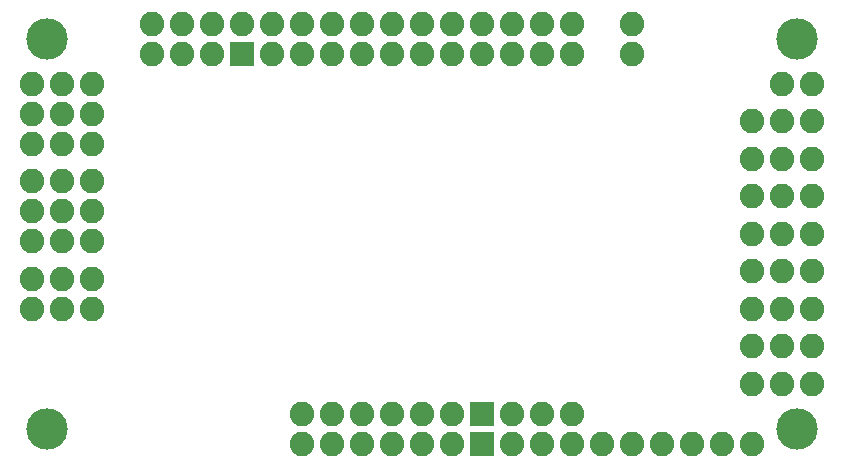
<source format=gbs>
G75*
G70*
%OFA0B0*%
%FSLAX24Y24*%
%IPPOS*%
%LPD*%
%AMOC8*
5,1,8,0,0,1.08239X$1,22.5*
%
%ADD10C,0.1380*%
%ADD11C,0.0820*%
%ADD12R,0.0820X0.0820*%
D10*
X001330Y005500D03*
X026330Y005500D03*
X026330Y018500D03*
X001330Y018500D03*
D11*
X009830Y005000D03*
X010830Y005000D03*
X011830Y005000D03*
X012830Y005000D03*
X013830Y005000D03*
X014830Y005000D03*
X016830Y005000D03*
X017830Y005000D03*
X018830Y005000D03*
X019830Y005000D03*
X020830Y005000D03*
X021830Y005000D03*
X022830Y005000D03*
X023830Y005000D03*
X024830Y005000D03*
X024830Y007000D03*
X025830Y007000D03*
X026830Y007000D03*
X026830Y008250D03*
X025830Y008250D03*
X024830Y008250D03*
X024830Y009500D03*
X025830Y009500D03*
X026830Y009500D03*
X026830Y010750D03*
X025830Y010750D03*
X024830Y010750D03*
X024830Y012000D03*
X025830Y012000D03*
X026830Y012000D03*
X026830Y013250D03*
X025830Y013250D03*
X024830Y013250D03*
X024830Y014500D03*
X025830Y014500D03*
X026830Y014500D03*
X026830Y015750D03*
X025830Y015750D03*
X024830Y015750D03*
X025830Y017000D03*
X026830Y017000D03*
X020830Y018000D03*
X018830Y018000D03*
X017830Y018000D03*
X016830Y018000D03*
X015830Y018000D03*
X014830Y018000D03*
X013830Y018000D03*
X012830Y018000D03*
X011830Y018000D03*
X010830Y018000D03*
X009830Y018000D03*
X008830Y018000D03*
X008830Y019000D03*
X007830Y019000D03*
X006830Y019000D03*
X005830Y019000D03*
X004830Y019000D03*
X004830Y018000D03*
X005830Y018000D03*
X006830Y018000D03*
X009830Y019000D03*
X010830Y019000D03*
X011830Y019000D03*
X012830Y019000D03*
X013830Y019000D03*
X014830Y019000D03*
X015830Y019000D03*
X016830Y019000D03*
X017830Y019000D03*
X018830Y019000D03*
X020830Y019000D03*
X002830Y017000D03*
X001830Y017000D03*
X000830Y017000D03*
X000830Y016000D03*
X001830Y016000D03*
X002830Y016000D03*
X002830Y015000D03*
X001830Y015000D03*
X000830Y015000D03*
X000830Y013750D03*
X001830Y013750D03*
X002830Y013750D03*
X002830Y012750D03*
X001830Y012750D03*
X000830Y012750D03*
X000830Y011750D03*
X001830Y011750D03*
X002830Y011750D03*
X002830Y010500D03*
X001830Y010500D03*
X000830Y010500D03*
X000830Y009500D03*
X001830Y009500D03*
X002830Y009500D03*
X009830Y006000D03*
X010830Y006000D03*
X011830Y006000D03*
X012830Y006000D03*
X013830Y006000D03*
X014830Y006000D03*
X016830Y006000D03*
X017830Y006000D03*
X018830Y006000D03*
D12*
X015830Y006000D03*
X015830Y005000D03*
X007830Y018000D03*
M02*

</source>
